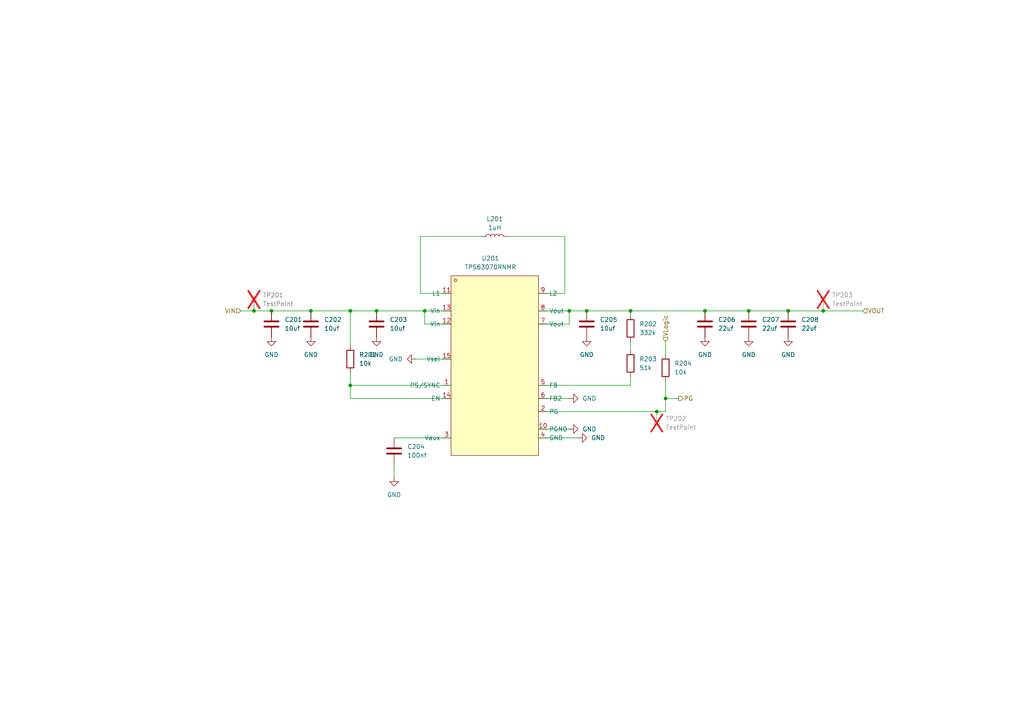
<source format=kicad_sch>
(kicad_sch (version 20231120) (generator "eeschema") (generator_version "8.0")
  (paper "A4")
  (lib_symbols
    (symbol "Connector:TestPoint" (pin_numbers hide) (pin_names (offset 0.762) hide)
      (property "Reference" "TP" (at 0 6.858 0))
      (property "Value" "TestPoint" (at 0 5.08 0))
      (symbol "TestPoint_0_1"
        (circle (center 0 3.302) (radius 0.762))
      )
      (symbol "TestPoint_1_1"
        (pin passive line (at 0 0 90) (length 2.54) (name "1") (number "1"))
      )
    )
    (symbol "Device:C" (pin_numbers hide) (pin_names (offset 0.254))
      (property "Reference" "C" (at 0.635 2.54 0))
      (property "Value" "C" (at 0.635 -2.54 0))
      (symbol "C_0_1"
        (polyline (pts (xy -2.032 -0.762) (xy 2.032 -0.762)) (stroke (width 0.508)))
        (polyline (pts (xy -2.032 0.762) (xy 2.032 0.762)) (stroke (width 0.508)))
      )
      (symbol "C_1_1"
        (pin passive line (at 0 3.81 270) (length 2.794) (name "~") (number "1"))
        (pin passive line (at 0 -3.81 90) (length 2.794) (name "~") (number "2"))
      )
    )
    (symbol "Device:L" (pin_numbers hide) (pin_names (offset 1.016) hide)
      (property "Reference" "L" (at -1.27 0 90))
      (property "Value" "L" (at 1.905 0 90))
      (symbol "L_0_1"
        (arc (start 0 -2.54) (mid 0.6323 -1.905) (end 0 -1.27))
        (arc (start 0 -1.27) (mid 0.6323 -0.635) (end 0 0))
        (arc (start 0 0) (mid 0.6323 0.635) (end 0 1.27))
        (arc (start 0 1.27) (mid 0.6323 1.905) (end 0 2.54))
      )
      (symbol "L_1_1"
        (pin passive line (at 0 3.81 270) (length 1.27) (name "1") (number "1"))
        (pin passive line (at 0 -3.81 90) (length 1.27) (name "2") (number "2"))
      )
    )
    (symbol "Device:R" (pin_numbers hide) (pin_names (offset 0))
      (property "Reference" "R" (at 2.032 0 90))
      (property "Value" "R" (at 0 0 90))
      (symbol "R_0_1"
        (rectangle (start -1.016 -2.54) (end 1.016 2.54) (stroke (width 0.254)))
      )
      (symbol "R_1_1"
        (pin passive line (at 0 3.81 270) (length 1.27) (name "~") (number "1"))
        (pin passive line (at 0 -3.81 90) (length 1.27) (name "~") (number "2"))
      )
    )
    (symbol "easyeda2kicad:TPS63070RNMR"
      (property "Reference" "U" (at 0 15.748 0))
      (property "Value" "TPS63070RNMR" (at 0.254 12.954 0))
      (symbol "TPS63070RNMR_0_1"
        (rectangle (start -11.43 11.43) (end 13.97 -40.64) (fill (type background)))
        (circle (center -10.16 10.16) (radius 0.38))
        (pin input line (at -11.43 -20.32 180) (length 2.54) (name "PS/SYNC") (number "1"))
        (pin input line (at -11.43 -24.13 180) (length 2.54) (name "EN") (number "14"))
        (pin input line (at -11.43 -12.7 180) (length 2.54) (name "Vsel") (number "15"))
        (pin passive line (at -11.43 -35.56 180) (length 2.54) (name "Vaux") (number "3"))
        (pin power_in line (at 13.97 -35.56 0) (length 2.54) (name "GND") (number "4"))
      )
      (symbol "TPS63070RNMR_1_1"
        (pin power_in line (at 13.97 -33.02 0) (length 2.54) (name "PGND") (number "10"))
        (pin passive line (at -11.43 6.35 180) (length 2.54) (name "L1") (number "11"))
        (pin power_in line (at -11.43 -2.54 180) (length 2.54) (name "Vin") (number "12"))
        (pin power_in line (at -11.43 1.27 180) (length 2.54) (name "Vin") (number "13"))
        (pin open_collector line (at 13.97 -27.94 0) (length 2.54) (name "PG") (number "2"))
        (pin input line (at 13.97 -20.32 0) (length 2.54) (name "FB") (number "5"))
        (pin input line (at 13.97 -24.13 0) (length 2.54) (name "FB2") (number "6"))
        (pin power_out line (at 13.97 -2.54 0) (length 2.54) (name "Vout") (number "7"))
        (pin power_out line (at 13.97 1.27 0) (length 2.54) (name "Vout") (number "8"))
        (pin passive line (at 13.97 6.35 0) (length 2.54) (name "L2") (number "9"))
      )
    )
    (symbol "power:GND" (power) (pin_numbers hide) (pin_names (offset 0) hide)
      (property "Value" "GND" (at 0 -3.81 0))
      (symbol "GND_0_1"
        (polyline (pts (xy 0 0) (xy 0 -1.27) (xy 1.27 -1.27) (xy 0 -2.54) (xy -1.27 -1.27) (xy 0 -1.27)))
      )
      (symbol "GND_1_1"
        (pin power_in line (at 0 0 270) (length 0) (name "~") (number "1"))
      )
    )
  )
  (junction (at 228.6 90.17))
  (junction (at 190.5 119.38))
  (junction (at 101.6 90.17))
  (junction (at 182.88 90.17))
  (junction (at 101.6 111.76))
  (junction (at 123.19 90.17))
  (junction (at 204.47 90.17))
  (junction (at 193.04 115.57))
  (junction (at 90.17 90.17))
  (junction (at 73.66 90.17))
  (junction (at 217.17 90.17))
  (junction (at 78.74 90.17))
  (junction (at 165.1 90.17))
  (junction (at 109.22 90.17))
  (junction (at 238.76 90.17))
  (junction (at 170.18 90.17))
  (wire (pts (xy 147.32 68.58) (xy 163.83 68.58)))
  (wire (pts (xy 165.1 90.17) (xy 170.18 90.17)))
  (wire (pts (xy 123.19 90.17) (xy 130.81 90.17)))
  (wire (pts (xy 121.92 85.09) (xy 130.81 85.09)))
  (wire (pts (xy 123.19 90.17) (xy 123.19 93.98)))
  (wire (pts (xy 73.66 90.17) (xy 78.74 90.17)))
  (wire (pts (xy 156.21 111.76) (xy 182.88 111.76)))
  (wire (pts (xy 120.65 104.14) (xy 130.81 104.14)))
  (wire (pts (xy 101.6 115.57) (xy 101.6 111.76)))
  (wire (pts (xy 69.85 90.17) (xy 73.66 90.17)))
  (wire (pts (xy 156.21 90.17) (xy 165.1 90.17)))
  (wire (pts (xy 217.17 90.17) (xy 228.6 90.17)))
  (wire (pts (xy 101.6 90.17) (xy 101.6 100.33)))
  (wire (pts (xy 109.22 90.17) (xy 123.19 90.17)))
  (wire (pts (xy 130.81 115.57) (xy 101.6 115.57)))
  (wire (pts (xy 156.21 127) (xy 167.64 127)))
  (wire (pts (xy 193.04 115.57) (xy 193.04 119.38)))
  (wire (pts (xy 228.6 90.17) (xy 238.76 90.17)))
  (wire (pts (xy 193.04 119.38) (xy 190.5 119.38)))
  (wire (pts (xy 156.21 115.57) (xy 165.1 115.57)))
  (wire (pts (xy 156.21 85.09) (xy 163.83 85.09)))
  (wire (pts (xy 196.85 115.57) (xy 193.04 115.57)))
  (wire (pts (xy 204.47 90.17) (xy 217.17 90.17)))
  (wire (pts (xy 170.18 90.17) (xy 182.88 90.17)))
  (wire (pts (xy 101.6 111.76) (xy 130.81 111.76)))
  (wire (pts (xy 121.92 68.58) (xy 121.92 85.09)))
  (wire (pts (xy 190.5 119.38) (xy 156.21 119.38)))
  (wire (pts (xy 163.83 85.09) (xy 163.83 68.58)))
  (wire (pts (xy 193.04 99.06) (xy 193.04 102.87)))
  (wire (pts (xy 193.04 110.49) (xy 193.04 115.57)))
  (wire (pts (xy 156.21 93.98) (xy 165.1 93.98)))
  (wire (pts (xy 182.88 101.6) (xy 182.88 99.06)))
  (wire (pts (xy 182.88 90.17) (xy 204.47 90.17)))
  (wire (pts (xy 130.81 93.98) (xy 123.19 93.98)))
  (wire (pts (xy 90.17 90.17) (xy 101.6 90.17)))
  (wire (pts (xy 114.3 127) (xy 130.81 127)))
  (wire (pts (xy 182.88 111.76) (xy 182.88 109.22)))
  (wire (pts (xy 182.88 91.44) (xy 182.88 90.17)))
  (wire (pts (xy 101.6 90.17) (xy 109.22 90.17)))
  (wire (pts (xy 114.3 134.62) (xy 114.3 138.43)))
  (wire (pts (xy 139.7 68.58) (xy 121.92 68.58)))
  (wire (pts (xy 156.21 124.46) (xy 165.1 124.46)))
  (wire (pts (xy 101.6 107.95) (xy 101.6 111.76)))
  (wire (pts (xy 165.1 90.17) (xy 165.1 93.98)))
  (wire (pts (xy 78.74 90.17) (xy 90.17 90.17)))
  (wire (pts (xy 238.76 90.17) (xy 250.19 90.17)))
  (hierarchical_label "VLogic" (shape input) (at 193.04 99.06 90))
  (hierarchical_label "VOUT" (shape input) (at 250.19 90.17 0))
  (hierarchical_label "VIN" (shape input) (at 69.85 90.17 180))
  (hierarchical_label "PG" (shape output) (at 196.85 115.57 0))
  (symbol (lib_id "Device:R") (at 182.88 105.41 0) (unit 1)
    (property "Reference" "R203" (at 185.42 104.1399 0) (effects (justify left)))
    (property "Value" "51k" (at 185.42 106.6799 0) (effects (justify left)))
    (property "Footprint" "Resistor_SMD:R_0603_1608Metric" (effects (hide yes)))
    (property "Description" "Resistor" (effects (hide yes)))
  )
  (symbol (lib_id "power:GND") (at 78.74 97.79 0) (unit 1)
    (property "Reference" "#PWR0201" (effects (hide yes)))
    (property "Value" "GND" (at 78.74 102.87 0))
    (property "Description" "Power symbol creates a global label with name \"GND\" , ground" (effects (hide yes)))
  )
  (symbol (lib_id "power:GND") (at 167.64 127 90) (unit 1)
    (property "Reference" "#PWR0208" (effects (hide yes)))
    (property "Value" "GND" (at 171.45 126.9999 90) (effects (justify right)))
    (property "Description" "Power symbol creates a global label with name \"GND\" , ground" (effects (hide yes)))
  )
  (symbol (lib_id "Device:R") (at 193.04 106.68 0) (unit 1)
    (property "Reference" "R204" (at 195.58 105.4099 0) (effects (justify left)))
    (property "Value" "10k" (at 195.58 107.9499 0) (effects (justify left)))
    (property "Footprint" "Resistor_SMD:R_0603_1608Metric" (effects (hide yes)))
    (property "Description" "Resistor" (effects (hide yes)))
  )
  (symbol (lib_id "easyeda2kicad:TPS63070RNMR") (at 142.24 91.44 0) (unit 1)
    (property "Reference" "U201" (at 142.24 74.93 0))
    (property "Value" "TPS63070RNMR" (at 142.24 77.47 0))
    (property "Footprint" "easyeda2kicad:VQFN-HR-15_L3.0-W2.5-P0.50-BL_TPS63070RNMR" (effects (hide yes)))
    (property "Datasheet" "https://lcsc.com/product-detail/DC-DC-Converters_TI_TPS63070RNMR_TPS63070RNMR_C109322.html" (effects (hide yes)))
    (property "LCSC Part" "C109322" (effects (hide yes)))
  )
  (symbol (lib_id "Connector:TestPoint") (at 238.76 90.17 0) (unit 1) (in_bom no) (dnp yes)
    (property "Reference" "TP203" (at 241.3 85.5979 0) (effects (justify left)))
    (property "Value" "TestPoint" (at 241.3 88.1379 0) (effects (justify left)))
    (property "Footprint" "Connector_Pin:Pin_D1.0mm_L10.0mm" (effects (hide yes)))
    (property "Description" "test point" (effects (hide yes)))
  )
  (symbol (lib_id "Device:L") (at 143.51 68.58 90) (unit 1)
    (property "Reference" "L201" (at 143.51 63.5 90))
    (property "Value" "1uH" (at 143.51 66.04 90))
    (property "Footprint" "Inductor_SMD:L_Coilcraft_XAL4020-XXX" (effects (hide yes)))
    (property "Description" "Inductor" (effects (hide yes)))
    (property "LCSC Part" "C4555951" (effects (hide yes)))
  )
  (symbol (lib_id "Device:C") (at 90.17 93.98 0) (unit 1)
    (property "Reference" "C202" (at 93.98 92.7099 0) (effects (justify left)))
    (property "Value" "10uf" (at 93.98 95.2499 0) (effects (justify left)))
    (property "Footprint" "Capacitor_SMD:C_0805_2012Metric" (effects (hide yes)))
    (property "Description" "Unpolarized capacitor" (effects (hide yes)))
  )
  (symbol (lib_id "power:GND") (at 204.47 97.79 0) (unit 1)
    (property "Reference" "#PWR0210" (effects (hide yes)))
    (property "Value" "GND" (at 204.47 102.87 0))
    (property "Description" "Power symbol creates a global label with name \"GND\" , ground" (effects (hide yes)))
  )
  (symbol (lib_id "Device:R") (at 182.88 95.25 0) (unit 1)
    (property "Reference" "R202" (at 185.42 93.9799 0) (effects (justify left)))
    (property "Value" "332k" (at 185.42 96.5199 0) (effects (justify left)))
    (property "Footprint" "Resistor_SMD:R_0603_1608Metric" (effects (hide yes)))
    (property "Description" "Resistor" (effects (hide yes)))
  )
  (symbol (lib_id "Device:C") (at 228.6 93.98 0) (unit 1)
    (property "Reference" "C208" (at 232.41 92.7099 0) (effects (justify left)))
    (property "Value" "22uf" (at 232.41 95.2499 0) (effects (justify left)))
    (property "Footprint" "Capacitor_SMD:C_0805_2012Metric" (effects (hide yes)))
    (property "Description" "Unpolarized capacitor" (effects (hide yes)))
  )
  (symbol (lib_id "Device:C") (at 170.18 93.98 0) (unit 1)
    (property "Reference" "C205" (at 173.99 92.7099 0) (effects (justify left)))
    (property "Value" "10uf" (at 173.99 95.2499 0) (effects (justify left)))
    (property "Footprint" "Capacitor_SMD:C_0603_1608Metric" (effects (hide yes)))
    (property "Description" "Unpolarized capacitor" (effects (hide yes)))
  )
  (symbol (lib_id "Device:C") (at 217.17 93.98 0) (unit 1)
    (property "Reference" "C207" (at 220.98 92.7099 0) (effects (justify left)))
    (property "Value" "22uf" (at 220.98 95.2499 0) (effects (justify left)))
    (property "Footprint" "Capacitor_SMD:C_0805_2012Metric" (effects (hide yes)))
    (property "Description" "Unpolarized capacitor" (effects (hide yes)))
  )
  (symbol (lib_id "power:GND") (at 109.22 97.79 0) (unit 1)
    (property "Reference" "#PWR0203" (effects (hide yes)))
    (property "Value" "GND" (at 109.22 102.87 0))
    (property "Description" "Power symbol creates a global label with name \"GND\" , ground" (effects (hide yes)))
  )
  (symbol (lib_id "Connector:TestPoint") (at 190.5 119.38 180) (unit 1) (in_bom no) (dnp yes)
    (property "Reference" "TP202" (at 193.04 121.4119 0) (effects (justify right)))
    (property "Value" "TestPoint" (at 193.04 123.9519 0) (effects (justify right)))
    (property "Footprint" "Connector_Pin:Pin_D1.0mm_L10.0mm" (effects (hide yes)))
    (property "Description" "test point" (effects (hide yes)))
  )
  (symbol (lib_id "Device:C") (at 78.74 93.98 0) (unit 1)
    (property "Reference" "C201" (at 82.55 92.7099 0) (effects (justify left)))
    (property "Value" "10uf" (at 82.55 95.2499 0) (effects (justify left)))
    (property "Footprint" "Capacitor_SMD:C_0805_2012Metric" (effects (hide yes)))
    (property "Description" "Unpolarized capacitor" (effects (hide yes)))
  )
  (symbol (lib_id "Device:C") (at 109.22 93.98 0) (unit 1)
    (property "Reference" "C203" (at 113.03 92.7099 0) (effects (justify left)))
    (property "Value" "10uf" (at 113.03 95.2499 0) (effects (justify left)))
    (property "Footprint" "Capacitor_SMD:C_0603_1608Metric" (effects (hide yes)))
    (property "Description" "Unpolarized capacitor" (effects (hide yes)))
  )
  (symbol (lib_id "power:GND") (at 120.65 104.14 270) (unit 1)
    (property "Reference" "#PWR0205" (effects (hide yes)))
    (property "Value" "GND" (at 116.84 104.1399 90) (effects (justify right)))
    (property "Description" "Power symbol creates a global label with name \"GND\" , ground" (effects (hide yes)))
  )
  (symbol (lib_id "power:GND") (at 90.17 97.79 0) (unit 1)
    (property "Reference" "#PWR0202" (effects (hide yes)))
    (property "Value" "GND" (at 90.17 102.87 0))
    (property "Description" "Power symbol creates a global label with name \"GND\" , ground" (effects (hide yes)))
  )
  (symbol (lib_id "power:GND") (at 165.1 124.46 90) (unit 1)
    (property "Reference" "#PWR0207" (effects (hide yes)))
    (property "Value" "GND" (at 168.91 124.4599 90) (effects (justify right)))
    (property "Description" "Power symbol creates a global label with name \"GND\" , ground" (effects (hide yes)))
  )
  (symbol (lib_id "power:GND") (at 165.1 115.57 90) (unit 1)
    (property "Reference" "#PWR0206" (effects (hide yes)))
    (property "Value" "GND" (at 168.91 115.5699 90) (effects (justify right)))
    (property "Description" "Power symbol creates a global label with name \"GND\" , ground" (effects (hide yes)))
  )
  (symbol (lib_id "power:GND") (at 170.18 97.79 0) (unit 1)
    (property "Reference" "#PWR0209" (effects (hide yes)))
    (property "Value" "GND" (at 170.18 102.87 0))
    (property "Description" "Power symbol creates a global label with name \"GND\" , ground" (effects (hide yes)))
  )
  (symbol (lib_id "Device:C") (at 114.3 130.81 0) (unit 1)
    (property "Reference" "C204" (at 118.11 129.5399 0) (effects (justify left)))
    (property "Value" "100nf" (at 118.11 132.0799 0) (effects (justify left)))
    (property "Footprint" "Capacitor_SMD:C_0603_1608Metric" (effects (hide yes)))
    (property "Description" "Unpolarized capacitor" (effects (hide yes)))
  )
  (symbol (lib_id "Device:C") (at 204.47 93.98 0) (unit 1)
    (property "Reference" "C206" (at 208.28 92.7099 0) (effects (justify left)))
    (property "Value" "22uf" (at 208.28 95.2499 0) (effects (justify left)))
    (property "Footprint" "Capacitor_SMD:C_0805_2012Metric" (effects (hide yes)))
    (property "Description" "Unpolarized capacitor" (effects (hide yes)))
  )
  (symbol (lib_id "Connector:TestPoint") (at 73.66 90.17 0) (unit 1) (in_bom no) (dnp yes)
    (property "Reference" "TP201" (at 76.2 85.5979 0) (effects (justify left)))
    (property "Value" "TestPoint" (at 76.2 88.1379 0) (effects (justify left)))
    (property "Footprint" "Connector_Pin:Pin_D1.0mm_L10.0mm" (effects (hide yes)))
    (property "Description" "test point" (effects (hide yes)))
  )
  (symbol (lib_id "Device:R") (at 101.6 104.14 0) (unit 1)
    (property "Reference" "R201" (at 104.14 102.8699 0) (effects (justify left)))
    (property "Value" "10k" (at 104.14 105.4099 0) (effects (justify left)))
    (property "Footprint" "Resistor_SMD:R_0603_1608Metric" (effects (hide yes)))
    (property "Description" "Resistor" (effects (hide yes)))
  )
  (symbol (lib_id "power:GND") (at 114.3 138.43 0) (unit 1)
    (property "Reference" "#PWR0204" (effects (hide yes)))
    (property "Value" "GND" (at 114.3 143.51 0))
    (property "Description" "Power symbol creates a global label with name \"GND\" , ground" (effects (hide yes)))
  )
  (symbol (lib_id "power:GND") (at 228.6 97.79 0) (unit 1)
    (property "Reference" "#PWR0212" (effects (hide yes)))
    (property "Value" "GND" (at 228.6 102.87 0))
    (property "Description" "Power symbol creates a global label with name \"GND\" , ground" (effects (hide yes)))
  )
  (symbol (lib_id "power:GND") (at 217.17 97.79 0) (unit 1)
    (property "Reference" "#PWR0211" (effects (hide yes)))
    (property "Value" "GND" (at 217.17 102.87 0))
    (property "Description" "Power symbol creates a global label with name \"GND\" , ground" (effects (hide yes)))
  )
)
</source>
